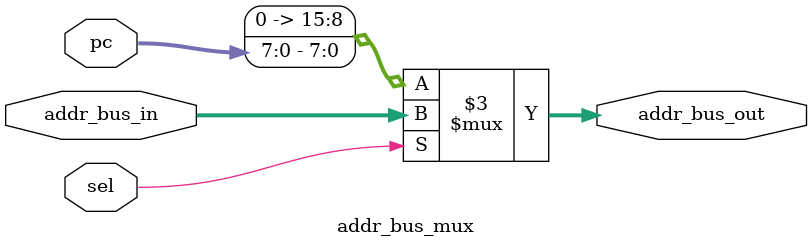
<source format=v>

module addr_bus_mux (sel, pc, addr_bus_in, addr_bus_out);
	input sel;			// select(LDR=1 OR STR=1)
	input [7:0] pc; 	// 8-bit program counter
	input [15:0] addr_bus_in;	// 16-bit cause memory has 2^16 words (rows)
	output reg [15:0] addr_bus_out;	// 
	
	always @(*)
	begin
		if (sel)
			addr_bus_out = addr_bus_in;
		else
			addr_bus_out = pc;
	end
endmodule
	

</source>
